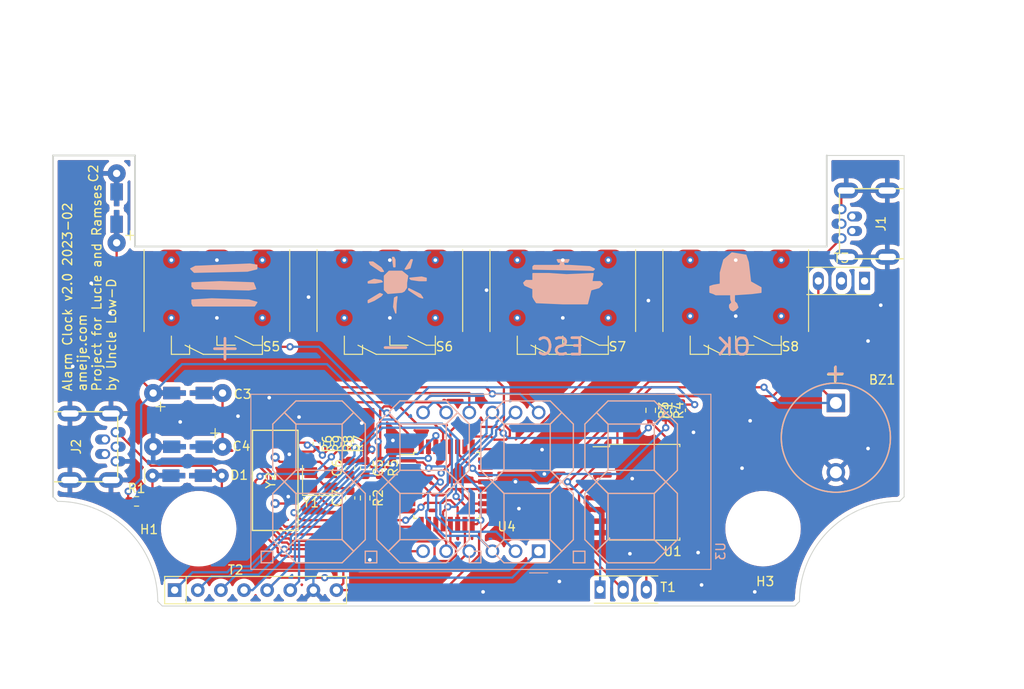
<source format=kicad_pcb>
(kicad_pcb (version 20211014) (generator pcbnew)
  (layers (0 "F.Cu" signal) (31 "B.Cu" signal) (34 "B.Paste" user) (35 "F.Paste" user) (36 "B.SilkS" user "B.Silkscreen") (37 "F.SilkS" user "F.Silkscreen") (38 "B.Mask" user) (39 "F.Mask" user) (44 "Edge.Cuts" user))
  (net 0 "")
  (net 1 "GND")
  (net 2 "/A0")
  (net 3 "VCC")
  (net 4 "Net-(C1-Pad2)")
  (net 5 "Net-(C3-Pad2)")
  (net 6 "Net-(C6-Pad1)")
  (net 7 "Net-(C7-Pad1)")
  (net 8 "/5(PWM)")
  (net 9 "/10(PWM-SS)")
  (net 10 "Net-(R5-Pad1)")
  (net 11 "/9(PWM)")
  (net 12 "Net-(R6-Pad1)")
  (net 13 "/6(PWM)")
  (net 14 "/A1")
  (net 15 "/A3")
  (net 16 "/2")
  (net 17 "/A2")
  (net 18 "Net-(D1-Pad1)")
  (net 21 "/0(Rx)")
  (net 22 "/1(Tx)")
  (net 24 "/A4(SDA)")
  (net 25 "/A5(SCL)")
  (net 26 "Net-(R7-Pad1)")
  (net 27 "Net-(T1-Pad1)")
  (net 28 "/3(PWM)")
  (net 29 "/4")
  (net 30 "/11(PWM-MOSI)")
  (net 31 "/7")
  (net 32 "/8")
  (net 33 "/13(SCK)")
  (net 34 "/12(MISO)")
  (net 35 "Net-(T1-Pad2)")
  (net 36 "Net-(T1-Pad3)")
  (net 39 "Net-(R8-Pad1)")
  (net 40 "Net-(R9-Pad1)")
  (net 41 "unconnected-(S5-Pad1)")
  (net 42 "unconnected-(S6-Pad1)")
  (net 43 "unconnected-(S7-Pad1)")
  (net 44 "unconnected-(S8-Pad1)")
  (footprint "Luciebox:usb_mini_Molex-0548190519" (layer "F.Cu") (at 93.4 19.5 180)
    (fp_text reference "J1")
    (fp_text value "USB_B_Mini")
  )
  (footprint "Resistor_SMD:R_0603_1608Metric" (layer "F.Cu") (at 67.31 40 -90)
    (fp_text reference "R4")
    (fp_text value "4.7k")
  )
  (footprint "Resistor_SMD:R_0402_1005Metric" (layer "F.Cu") (at 30.099 43.673 -90)
    (fp_text reference "R9")
    (fp_text value "100")
  )
  (footprint "Luciebox:buzzer" (layer "F.Cu") (at 86 43)
    (fp_text reference "BZ1")
    (fp_text value "Buzzer")
  )
  (footprint "Capacitor_SMD:C_0603_1608Metric" (layer "F.Cu") (at 32.639 49.629 90)
    (fp_text reference "C7")
    (fp_text value "0603,8.2pF,50V,C0G ")
  )
  (footprint "Luciebox:Terminal_8x1_100mil" (layer "F.Cu") (at 22.25 59.75)
    (fp_text reference "T2")
    (fp_text value "terminal_8x1")
  )
  (footprint "digital_clock:Button_LAZ16-11_sideways" (layer "F.Cu") (at 75 22.345)
    (fp_text reference "S8")
    (fp_text value "Button_Sideways")
  )
  (footprint "Package_SO:SOIC-16W_7.5x10.3mm_P1.27mm" (layer "F.Cu") (at 65 49)
    (fp_text reference "U1")
    (fp_text value "DS3231")
  )
  (footprint "Luciebox:usb_mini_Molex-0548190519" (layer "F.Cu") (at 0.1 44)
    (fp_text reference "J2")
    (fp_text value "USB_B_Mini")
  )
  (footprint "Resistor_SMD:R_0603_1608Metric" (layer "F.Cu") (at 35.941 46.327 -90)
    (fp_text reference "R5")
    (fp_text value "10k")
  )
  (footprint "Luciebox:Terminal_3x1_100mil" (layer "F.Cu") (at 86.614 25.781 180)
    (fp_text reference "T3")
    (fp_text value "terminal_3x1")
  )
  (footprint "Luciebox:MountingHole_4.3mm_M4" (layer "F.Cu") (at 16 53)
    (fp_text reference "H1")
    (fp_text value "MountingHole")
  )
  (footprint "Capacitor_SMD:C_0603_1608Metric" (layer "F.Cu") (at 32.639 46.327 90)
    (fp_text reference "C6")
    (fp_text value "0603,8.2pF,50V,C0G ")
  )
  (footprint "Resistor_SMD:R_0603_1608Metric" (layer "F.Cu") (at 9.175 50)
    (fp_text reference "R1")
    (fp_text value "high current")
  )
  (footprint "Luciebox:MountingHole_4.3mm_M4" (layer "F.Cu") (at 78 53)
    (fp_text reference "H3")
    (fp_text value "MountingHole")
  )
  (footprint "Resistor_SMD:R_0402_1005Metric" (layer "F.Cu") (at 31.242 43.673 -90)
    (fp_text reference "R8")
    (fp_text value "100")
  )
  (footprint "digital_clock:Button_LAZ16-11_sideways" (layer "F.Cu") (at 18 22.345)
    (fp_text reference "S5")
    (fp_text value "Button_Sideways")
  )
  (footprint "Resistor_SMD:R_0402_1005Metric" (layer "F.Cu") (at 32.385 43.673 -90)
    (fp_text reference "R7")
    (fp_text value "100")
  )
  (footprint "Resistor_SMD:R_0603_1608Metric" (layer "F.Cu") (at 34.29 49.629 -90)
    (fp_text reference "R2")
    (fp_text value "1M")
  )
  (footprint "digital_clock:polarized_capacitor" (layer "F.Cu") (at 14.81 38.1 180)
    (fp_text reference "C3")
    (fp_text value "C_Polarized")
  )
  (footprint "digital_clock:Button_LAZ16-11_sideways" (layer "F.Cu") (at 56 22.345)
    (fp_text reference "S7")
    (fp_text value "Button_Sideways")
  )
  (footprint "Capacitor_SMD:C_0603_1608Metric" (layer "F.Cu") (at 34.29 46.327 -90)
    (fp_text reference "C5")
    (fp_text value "0603,100nF,50V,X7R ")
  )
  (footprint "digital_clock:Crystal_SMD_3225-4Pin_3.2x2.5mm" (layer "F.Cu") (at 29.4072 47.696)
    (fp_text reference "Y1")
    (fp_text value "Crystal-Device_SMD_4pins_16MHz")
  )
  (footprint "digital_clock:polarized_capacitor" (layer "F.Cu") (at 14.81 44)
    (fp_text reference "C4")
    (fp_text value "C_Polarized")
  )
  (footprint "Luciebox:smd_throughhole_2_pins" (layer "F.Cu") (at 14.7324 47.175 180)
    (fp_text reference "D1")
    (fp_text value "D_Schottky")
  )
  (footprint "Resistor_SMD:R_0603_1608Metric" (layer "F.Cu") (at 65.659 40 -90)
    (fp_text reference "R3")
    (fp_text value "4.7k")
  )
  (footprint "digital_clock:Button_LAZ16-11_sideways" (layer "F.Cu") (at 37 22.345)
    (fp_text reference "S6")
    (fp_text value "Button_Sideways")
  )
  (footprint "Luciebox:CRYSTAL" (layer "F.Cu") (at 24.4072 47.696 -90)
    (fp_text reference "Y2")
    (fp_text value "16MHz")
  )
  (footprint "Package_QFP:TQFP-32_7x7mm_P0.8mm" (layer "F.Cu") (at 43.25 48.25)
    (fp_text reference "U4")
    (fp_text value "ATmega328P-A")
  )
  (footprint "Capacitor_SMD:C_0603_1608Metric" (layer "F.Cu") (at 68.961 40 90)
    (fp_text reference "C1")
    (fp_text value "0603,100nF,50V,X7R ")
  )
  (footprint "Resistor_SMD:R_0402_1005Metric" (layer "F.Cu") (at 28.956 43.673 -90)
    (fp_text reference "R6")
    (fp_text value "100")
  )
  (footprint "Luciebox:Terminal_3x1_100mil" (layer "F.Cu") (at 62.6375 59.69)
    (fp_text reference "T1")
    (fp_text value "terminal_3x1")
  )
  (footprint "digital_clock:polarized_capacitor" (layer "F.Cu") (at 6.985 17.78 -90)
    (fp_text reference "C2")
    (fp_text value "C_Polarized")
  )
  (footprint "Lucieboxv3:CA56-12SRWA" (layer "B.Cu") (at 53.35 55.4775 90)
    (fp_text reference "U3")
    (fp_text value "CA56-12SRWA")
  )
  (gr_poly (pts (xy 37.525119 27.651) (xy 37.425174 28.635436) (xy 37.652119 29.302) (xy 37.682 28.293471) (xy 37.779119 27.524)) (layer "B.SilkS") (width 0.15) (fill solid))
  (gr_poly (pts (xy 15.269 27.885915) (xy 15.269 28.266915) (xy 15.396 28.520915) (xy 19.714 28.520915) (xy 22.127 28.520915) (xy 22.381 28.139915) (xy 21.492 27.885915) (xy 17.428 27.758915)) (layer "B.SilkS") (width 0.15) (fill solid))
  (gr_poly (pts (xy 39.079 26.762) (xy 40.222 27.524) (xy 40.603 27.651) (xy 40.349 27.27) (xy 39.079 26.635)) (layer "B.SilkS") (width 0.15) (fill solid))
  (gr_poly (pts (xy 34.888 23.968) (xy 36.031 24.73) (xy 36.285 24.73) (xy 36.031 24.349) (xy 35.142 23.714) (xy 34.761 23.714)) (layer "B.SilkS") (width 0.15) (fill solid))
  (gr_poly (pts (xy 37.428 24.222) (xy 37.555 24.222) (xy 37.555 23.46) (xy 37.428 23.206) (xy 37.301 23.206)) (layer "B.SilkS") (width 0.15) (fill solid))
  (gr_poly (pts (xy 15.269 26) (xy 15.269 26.381) (xy 15.523 26.635) (xy 21.492 26.762) (xy 22.254 26.635) (xy 22 26) (xy 18.317 25.873)) (layer "B.SilkS") (width 0.15) (fill solid))
  (gr_poly (pts (xy 36.412 26.762) (xy 36.793 27.143) (xy 38.317 27.016) (xy 38.571 26.889) (xy 38.825 26.508) (xy 38.825 26) (xy 38.952 25.238) (xy 38.317 24.73) (xy 36.92 24.73) (xy 36.412 25.238)) (layer "B.SilkS") (width 0.15) (fill solid))
  (gr_poly (pts (xy 34.634 27.935655) (xy 34.634 28.159) (xy 35.269 27.905) (xy 36.031 27.427655) (xy 36.158 27.27) (xy 35.904 27.173655)) (layer "B.SilkS") (width 0.15) (fill solid))
  (gr_poly (pts (xy 15.644181 24.189237) (xy 15.136181 24.443237) (xy 15.517181 24.824237) (xy 21.359181 24.697237) (xy 22.375181 24.443237) (xy 22.375181 24.062237) (xy 21.613181 23.935237)) (layer "B.SilkS") (width 0.15) (fill solid))
  (gr_poly (pts (xy 55.523 23.714) (xy 55.777 23.714) (xy 55.777 23.841) (xy 55.65 24.095) (xy 52.856 24.095) (xy 52.729 24.222) (xy 52.729 24.476) (xy 59.333 24.603) (xy 59.46 24.476) (xy 58.952 24.222) (xy 56.793 24.095) (xy 56.539 24.095) (xy 56.158 24.095) (xy 56.031 23.714) (xy 56.539 23.714) (xy 56.666 23.46) (xy 55.396 23.46)) (layer "B.SilkS") (width 0.15) (fill solid))
  (gr_poly (pts (xy 73.698 23.476) (xy 73.317 24.873) (xy 73.317 26.143) (xy 72.555 26.27) (xy 72.174 26.397) (xy 72.174 27.032) (xy 72.555 27.159) (xy 72.809 27.286) (xy 73.444 27.286) (xy 74.46 27.286) (xy 74.46 27.794) (xy 74.587 28.175) (xy 74.333 28.429) (xy 74.333 28.683) (xy 74.46 28.937) (xy 74.714 29.064) (xy 74.968 28.937) (xy 75.222 28.683) (xy 75.095 28.302) (xy 74.841 28.048) (xy 74.841 27.286) (xy 76.746 27.159) (xy 77.762 27.032) (xy 77.762 26.524) (xy 76.619 25.889) (xy 76.365 23.73) (xy 76.111 22.968) (xy 74.587 22.714)) (layer "B.SilkS") (width 0.15) (fill solid))
  (gr_poly (pts (xy 52.729 25.746) (xy 51.967 25.746) (xy 51.713 26) (xy 51.84 26.254) (xy 52.729 26.635) (xy 52.729 27.524) (xy 52.856 27.778) (xy 53.11 28.159) (xy 56.031 28.286) (xy 58.698 28.286) (xy 59.079 26.762) (xy 59.968 26.508) (xy 60.349 26.127) (xy 60.095 25.873) (xy 59.206 25.873) (xy 59.206 25.746) (xy 59.333 24.984) (xy 56.412 25.111) (xy 54.507 24.984) (xy 52.729 24.984)) (layer "B.SilkS") (width 0.15) (fill solid))
  (gr_poly (pts (xy 39.206 25.492) (xy 39.333 25.619) (xy 40.222 25.746) (xy 40.984 25.746) (xy 40.984 25.492) (xy 40.476 25.365)) (layer "B.SilkS") (width 0.15) (fill solid))
  (gr_poly (pts (xy 38.698 24.476) (xy 38.825 24.476) (xy 39.206 24.349) (xy 39.46 23.46) (xy 39.333 23.46)) (layer "B.SilkS") (width 0.15) (fill solid))
  (gr_poly (pts (xy 34.634 25.873) (xy 34.634 26) (xy 35.396 26) (xy 36.158 25.873) (xy 36.031 25.746) (xy 35.269 25.619)) (layer "B.SilkS") (width 0.15) (fill solid))
  (gr_line (start 12 61.5) (end 81.5 61.5) (layer "Edge.Cuts") (width 0.1))
  (gr_line (start 93.5 49.5) (end 93 50) (layer "Edge.Cuts") (width 0.1))
  (gr_line (start 0 12) (end 9 12) (layer "Edge.Cuts") (width 0.2))
  (gr_line (start 93.5 12) (end 85 12) (layer "Edge.Cuts") (width 0.1))
  (gr_line (start 82 61) (end 81.5 61.5) (layer "Edge.Cuts") (width 0.1))
  (gr_arc (start 82 61) (mid 85.221825 53.221825) (end 93 50) (layer "Edge.Cuts") (width 0.1))
  (gr_line (start 93.5 49.5) (end 93.5 12) (layer "Edge.Cuts") (width 0.1))
  (gr_line (start 0 49.5) (end 0.5 50) (layer "Edge.Cuts") (width 0.1))
  (gr_arc (start 0.5 50) (mid 8.278175 53.221825) (end 11.5 61) (layer "Edge.Cuts") (width 0.1))
  (gr_line (start 9 12) (end 9 22) (layer "Edge.Cuts") (width 0.2))
  (gr_line (start 11.5 61) (end 12 61.5) (layer "Edge.Cuts") (width 0.1))
  (gr_line (start 85 22) (end 85 12) (layer "Edge.Cuts") (width 0.2))
  (gr_line (start 9 22) (end 85 22) (layer "Edge.Cuts") (width 0.2))
  (gr_line (start 0 49.5) (end 0 12) (layer "Edge.Cuts") (width 0.2))
  (gr_text "OK" (at 74.778 33.016) (layer "B.SilkS") (effects (font (size 1.8 1.8) (thickness 0.3)) (justify mirror)))
  (gr_text "+" (at 18.883181 33) (layer "B.SilkS") (effects (font (size 3 3) (thickness 0.3)) (justify mirror)))
  (gr_text "-" (at 37.619 32.873) (layer "B.SilkS") (effects (font (size 3 3) (thickness 0.3)) (justify mirror)))
  (gr_text "ESC" (at 55.714 33) (layer "B.SilkS") (effects (font (size 1.8 1.8) (thickness 0.3)) (justify mirror)))
  (gr_text "Alarm Clock v2.0 2023-02\nameije.com\nProject for Lucie and Ramses\nby Uncle Low-D     \n" (at 4 38 90) (layer "F.SilkS") (effects (font (size 1 1)) (justify left)))
  (segment (start 39 48.65) (end 38.075978 48.65) (width 0.25) (layer "F.Cu") (net 1))
  (segment (start 43.268719 48.171281) (end 43.268719 48.178541) (width 0.25) (layer "F.Cu") (net 1))
  (segment (start 58.42 51.645) (end 58.42 52.07) (width 0.25) (layer "F.Cu") (net 1))
  (segment (start 58.525 53.445) (end 58.42 53.34) (width 0.25) (layer "F.Cu") (net 1))
  (segment (start 41.819717 48.178541) (end 41.819717 48.169717) (width 0.25) (layer "F.Cu") (net 1))
  (segment (start 30.5072 48.546) (end 32.331 48.546) (width 0.25) (layer "F.Cu") (net 1))
  (segment (start 50.7915 47.85) (end 50.8 47.8415) (width 0.25) (layer "F.Cu") (net 1))
  (segment (start 69.65 48.365) (end 71.225 48.365) (width 0.25) (layer "F.Cu") (net 1))
  (segment (start 37.12652 46.22652) (end 37.12652 43.51848) (width 0.25) (layer "F.Cu") (net 1))
  (segment (start 59.16 50.905) (end 58.42 51.645) (width 0.25) (layer "F.Cu") (net 1))
  (segment (start 41.275 47.625) (end 40.64 47.625) (width 0.25) (layer "F.Cu") (net 1))
  (segment (start 59.16 50.905) (end 60.35 50.905) (width 0.25) (layer "F.Cu") (net 1))
  (segment (start 86.6 17.9) (end 86.6 16.38928) (width 0.25) (layer "F.Cu") (net 1))
  (segment (start 34.29 45.552) (end 32.639 45.552) (width 0.25) (layer "F.Cu") (net 1))
  (segment (start 71.65 52.175) (end 69.65 52.175) (width 0.25) (layer "F.Cu") (net 1))
  (segment (start 37.338 46.01504) (end 37.338 45.974) (width 0.25) (layer "F.Cu") (net 1))
  (segment (start 91.65 23.15) (end 91.65 41.16) (width 0.25) (layer "F.Cu") (net 1))
  (segment (start 87.13928 15.85) (end 91.65 15.85) (width 0.25) (layer "F.Cu") (net 1))
  (segment (start 42.844317 48.602943) (end 42.837057 48.602943) (width 0.25) (layer "F.Cu") (net 1))
  (segment (start 47.5 47.85) (end 43.59 47.85) (width 0.25) (layer "F.Cu") (net 1))
  (segment (start 69.65 50.905) (end 71.65 50.905) (width 0.25) (layer "F.Cu") (net 1))
  (segment (start 28.4072 46.846) (end 30.1072 48.546) (width 0.25) (layer "F.Cu") (net 1))
  (segment (start 43.59 47.85) (end 43.268719 48.171281) (width 0.25) (layer "F.Cu") (net 1))
  (segment (start 71.755 50.8) (end 71.755 52.07) (width 0.25) (layer "F.Cu") (net 1))
  (segment (start 34.29 45.552) (end 34.29 44.999439) (width 0.25) (layer "F.Cu") (net 1))
  (segment (start 34.29 44.999439) (end 35.014502 44.274937) (width 0.25) (layer "F.Cu") (net 1))
  (segment (start 43.268719 48.178541) (end 42.844317 48.602943) (width 0.25) (layer "F.Cu") (net 1))
  (segment (start 58.525 52.175) (end 60.35 52.175) (width 0.25) (layer "F.Cu") (net 1))
  (segment (start 71.755 53.34) (end 71.65 53.445) (width 0.25) (layer "F.Cu") (net 1))
  (segment (start 58.42 53.34) (end 58.42 52.28) (width 0.25) (layer "F.Cu") (net 1))
  (segment (start 71.225 48.365) (end 71.755 48.895) (width 0.25) (layer "F.Cu") (net 1))
  (segment (start 32.331 48.546) (end 32.639 48.854) (width 0.25) (layer "F.Cu") (net 1))
  (segment (start 38.94 46.99) (end 39 47.05) (width 0.25) (layer "F.Cu") (net 1))
  (segment (start 71.755 48.895) (end 71.015 49.635) (width 0.25) (layer "F.Cu") (net 1))
  (segment (start 42.837057 48.602943) (end 42.545 48.895) (width 0.25) (layer "F.Cu") (net 1))
  (segment (start 60.35 53.445) (end 58.525 53.445) (width 0.25) (layer "F.Cu") (net 1))
  (segment (start 86.6 16.38928) (end 87.13928 15.85) (width 0.25) (layer "F.Cu") (net 1))
  (segment (start 71.755 52.28) (end 71.755 53.34) (width 0.25) (layer "F.Cu") (net 1))
  (segment (start 58.42 52.28) (end 58.525 52.175) (width 0.25) (layer "F.Cu") (net 1))
  (segment (start 37.95 47.05) (end 37.12652 46.22652) (width 0.25) (layer "F.Cu") (net 1))
  (segment (start 68.961 41.021) (end 70.358 42.418) (width 0.25) (layer "F.Cu") (net 1))
  (segment (start 71.65 53.445) (end 69.65 53.445) (width 0.25) (layer "F.Cu") (net 1))
  (segment (start 71.755 50.8) (end 71.755 48.895) (width 0.25) (layer "F.Cu") (net 1))
  (segment (start 38.1 46.99) (end 38.94 46.99) (width 0.25) (layer "F.Cu") (net 1))
  (segment (start 47.5 47.85) (end 50.7915 47.85) (width 0.25) (layer "F.Cu") (net 1))
  (segment (start 34.96452 46.22652) (end 34.29 45.552) (width 0.25) (layer "F.Cu") (net 1))
  (segment (start 40.065 47.05) (end 39 47.05) (width 0.25) (layer "F.Cu") (net 1))
  (segment (start 71.65 50.905) (end 71.755 50.8) (width 0.25) (layer "F.Cu") (net 1))
  (segment (start 42.545 48.895) (end 42.252943 48.602943) (width 0.25) (layer "F.Cu") (net 1))
  (segment (start 71.015 49.635) (end 69.65 49.635) (width 0.25) (layer "F.Cu") (net 1))
  (segment (start 42.252943 48.602943) (end 42.244119 48.602943) (width 0.25) (layer "F.Cu") (net 1))
  (segment (start 91.65 41.16) (end 86 46.81) (width 0.25) (layer "F.Cu") (net 1))
  (segment (start 68.961 40.775) (end 68.961 41.021) (width 0.25) (layer "F.Cu") (net 1))
  (segment (start 58.42 52.07) (end 58.525 52.175) (width 0.25) (layer "F.Cu") (net 1))
  (segment (start 37.12652 43.51848) (end 37.338 43.307) (width 0.25) (layer "F.Cu") (net 1))
  (segment (start 42.244119 48.602943) (end 41.819717 48.178541) (width 0.25) (layer "F.Cu") (net 1))
  (segment (start 41.819717 48.169717) (end 41.275 47.625) (width 0.25) (layer "F.Cu") (net 1))
  (segment (start 71.65 52.175) (end 71.755 52.28) (width 0.25) (layer "F.Cu") (net 1))
  (segment (start 40.64 47.625) (end 40.065 47.05) (width 0.25) (layer "F.Cu") (net 1))
  (segment (start 33.909 41.402) (end 33.909 43.169435) (width 0.25) (layer "F.Cu") (net 1))
  (segment (start 37.12652 46.22652) (end 34.96452 46.22652) (width 0.25) (layer "F.Cu") (net 1))
  (segment (start 60.35 49.635) (end 58.525 49.635) (width 0.25) (layer "F.Cu") (net 1))
  (segment (start 33.909 43.169435) (end 35.014502 44.274937) (width 0.25) (layer "F.Cu") (net 1))
  (segment (start 37.465 48.039022) (end 37.465 47.625) (width 0.25) (layer "F.Cu") (net 1))
  (segment (start 38.075978 48.65) (end 37.465 48.039022) (width 0.25) (layer "F.Cu") (net 1))
  (segment (start 58.42 49.53) (end 58.42 50.165) (width 0.25) (layer "F.Cu") (net 1))
  (segment (start 28.3072 46.846) (end 28.4072 46.846) (width 0.25) (layer "F.Cu") (net 1))
  (segment (start 58.525 49.635) (end 58.42 49.53) (width 0.25) (layer "F.Cu") (net 1))
  (segment (start 37.465 47.625) (end 38.1 46.99) (width 0.25) (layer "F.Cu") (net 1))
  (segment (start 71.755 52.07) (end 71.65 52.175) (width 0.25) (layer "F.Cu") (net 1))
  (segment (start 37.12652 46.22652) (end 37.338 46.01504) (width 0.25) (layer "F.Cu") (net 1))
  (segment (start 30.1072 48.546) (end 30.5072 48.546) (width 0.25) (layer "F.Cu") (net 1))
  (segment (start 91.65 15.85) (end 91.65 23.15) (width 0.25) (layer "F.Cu") (net 1))
  (segment (start 58.42 50.165) (end 59.16 50.905) (width 0.25) (layer "F.Cu") (net 1))
  (segment (start 39 47.05) (end 37.95 47.05) (width 0.25) (layer "F.Cu") (net 1))
  (via (at 65.405 27.94) (size 0.8) (drill 0.4) (layers "F.Cu" "B.Cu") (net 1))
  (via (at 50.8 47.8415) (size 0.8) (drill 0.4) (layers "F.Cu" "B.Cu") (net 1))
  (via (at 6.2605 29.301885) (size 0.8) (drill 0.4) (layers "F.Cu" "B.Cu") (net 1))
  (via (at 25.956211 44.831) (size 0.8) (drill 0.4) (layers "F.Cu" "B.Cu") (net 1))
  (via (at 18 29.845) (size 0.8) (drill 0.4) (layers "F.Cu" "B.Cu") (net 1))
  (via (at 37.338 43.307) (size 0.8) (drill 0.4) (layers "F.Cu" "B.Cu") (net 1))
  (via (at 77.089 59.944) (size 0.8) (drill 0.4) (layers "F.Cu" "B.Cu") (net 1))
  (via (at 90.932 28.448) (size 0.8) (drill 0.4) (layers "F.Cu" "B.Cu") (net 1))
  (via (at 18 23.495) (size 0.8) (drill 0.4) (layers "F.Cu" "B.Cu") (net 1))
  (via (at 89.535 44.196) (size 0.8) (drill 0.4) (layers "F.Cu" "B.Cu") (net 1))
  (via (at 53.975 46.99) (size 0.8) (drill 0.4) (layers "F.Cu" "B.Cu") (net 1))
  (via (at 34.798 56.4255) (size 0.8) (drill 0.4) (layers "F.Cu" "B.Cu") (net 1))
  (via (at 63.627 47.498) (size 0.8) (drill 0.4) (layers "F.Cu" "B.Cu") (net 1))
  (via (at 53.721 44.323) (size 0.8) (drill 0.4) (layers "F.Cu" "B.Cu") (net 1))
  (via (at 70.358 42.418) (size 0.8) (drill 0.4) (layers "F.Cu" "B.Cu") (net 1))
  (via (at 28.067 27.559) (size 0.8) (drill 0.4) (layers "F.Cu" "B.Cu") (net 1))
  (via (at 47.244 59.944) (size 0.8) (drill 0.4) (layers "F.Cu" "B.Cu") (net 1))
  (via (at 47.625 26.797) (size 0.8) (drill 0.4) (layers "F.Cu" "B.Cu") (net 1))
  (via (at 89.535 32.385) (size 0.8) (drill 0.4) (layers "F.Cu" "B.Cu") (net 1))
  (via (at 37.338 45.974) (size 0.8) (drill 0.4) (layers "F.Cu" "B.Cu") (net 1))
  (via (at 56 29.845) (size 0.8) (drill 0.4) (layers "F.Cu" "B.Cu") (net 1))
  (via (at 23.749 38.608) (size 0.8) (drill 0.4) (layers "F.Cu" "B.Cu") (net 1))
  (via (at 63.373 55.753) (size 0.8) (drill 0.4) (layers "F.Cu" "B.Cu") (net 1))
  (via (at 56 23.495) (size 0.8) (drill 0.4) (layers "F.Cu" "B.Cu") (net 1))
  (via (at 37 23.495) (size 0.8) (drill 0.4) (layers "F.Cu" "B.Cu") (net 1))
  (via (at 75.692 46.355) (size 0.8) (drill 0.4) (layers "F.Cu" "B.Cu") (net 1))
  (via (at 35.014502 44.274937) (size 0.8) (drill 0.4) (layers "F.Cu" "B.Cu") (net 1))
  (via (at 37 29.845) (size 0.8) (drill 0.4) (layers "F.Cu" "B.Cu") (net 1))
  (via (at 25.840715 49.478883) (size 0.8) (drill 0.4) (layers "F.Cu" "B.Cu") (net 1))
  (via (at 71.247 59.182) (size 0.8) (drill 0.4) (layers "F.Cu" "B.Cu") (net 1))
  (via (at 33.909 41.402) (size 0.8) (drill 0.4) (layers "F.Cu" "B.Cu") (net 1))
  (via (at 75 23.495) (size 0.8) (drill 0.4) (layers "F.Cu" "B.Cu") (net 1))
  (via (at 75 29.6445) (size 0.8) (drill 0.4) (layers "F.Cu" "B.Cu") (net 1))
  (via (at 51.181 50.8) (size 0.8) (drill 0.4) (layers "F.Cu" "B.Cu") (net 1))
  (via (at 70.866 55.626) (size 0.8) (drill 0.4) (layers "F.Cu" "B.Cu") (net 1))
  (via (at 2.159 35.179) (size 0.8) (drill 0.4) (layers "F.Cu" "B.Cu") (net 1))
  (via (at 20.32 40.64) (size 0.8) (drill 0.4) (layers "F.Cu" "B.Cu") (net 1))
  (via (at 13.97 41.275) (size 0.8) (drill 0.4) (layers "F.Cu" "B.Cu") (net 1))
  (via (at 76.581 41.148) (size 0.8) (drill 0.4) (layers "F.Cu" "B.Cu") (net 1))
  (via (at 4.191 26.035) (size 0.8) (drill 0.4) (layers "F.Cu" "B.Cu") (net 1))
  (via (at 27.023069 40.739069) (size 0.8) (drill 0.4) (layers "F.Cu" "B.Cu") (net 1))
  (via (at 55.626 58.801) (size 0.8) (drill 0.4) (layers "F.Cu" "B.Cu") (net 1))
  (segment (start 28.6 59.75) (end 28.6 57.7465) (width 0.25) (layer "B.Cu") (net 1))
  (segment (start 37.338 47.752) (end 28.575 56.515) (width 0.25) (layer "B.Cu") (net 1))
  (segment (start 28.6 57.7465) (end 28.575 57.7215) (width 0.25) (layer "B.Cu") (net 1))
  (segment (start 28.575 56.515) (end 28.575 57.658) (width 0.25) (layer "B.Cu") (net 1))
  (segment (start 28.575 57.658) (end 33.5655 57.658) (width 0.25) (layer "B.Cu") (net 1))
  (segment (start 33.5655 57.658) (end 34.798 56.4255) (width 0.25) (layer "B.Cu") (net 1))
  (segment (start 37.338 45.974) (end 37.338 47.752) (width 0.25) (layer "B.Cu") (net 1))
  (segment (start 84.074 37.264) (end 86 39.19) (width 0.25) (layer "F.Cu") (net 2))
  (segment (start 65.743928 37.465) (end 78.105 37.465) (width 0.25) (layer "F.Cu") (net 2))
  (segment (start 84.074 25.781) (end 84.074 37.264) (width 0.25) (layer "F.Cu") (net 2))
  (segment (start 57.107928 46.101) (end 65.743928 37.465) (width 0.25) (layer "F.Cu") (net 2))
  (segment (start 47.5 46.25) (end 47.649 46.101) (width 0.25) (layer "F.Cu") (net 2))
  (segment (start 47.649 46.101) (end 57.107928 46.101) (width 0.25) (layer "F.Cu") (net 2))
  (via (at 78.105 37.465) (size 0.8) (drill 0.4) (layers "F.Cu" "B.Cu") (net 2))
  (segment (start 79.83 39.19) (end 78.105 37.465) (width 0.25) (layer "B.Cu") (net 2))
  (segment (start 86 39.19) (end 79.83 39.19) (width 0.25) (layer "B.Cu") (net 2))
  (segment (start 41.364501 48.985205) (end 41.364501 48.984501) (width 0.25) (layer "F.Cu") (net 3))
  (segment (start 18.5424 47.175) (end 18.5424 49.023104) (width 0.25) (layer "F.Cu") (net 3))
  (segment (start 31.89 56.655704) (end 31.89 59) (width 0.25) (layer "F.Cu") (net 3))
  (segment (start 31.89 59) (end 31.14 59.75) (width 0.25) (layer "F.Cu") (net 3))
  (segment (start 47.5 48.65) (end 43.54402 48.65) (width 0.25) (layer "F.Cu") (net 3))
  (segment (start 36.639 47.85) (end 35.941 47.152) (width 0.25) (layer "F.Cu") (net 3))
  (segment (start 25.585489 56.066193) (end 31.300489 56.066193) (width 0.25) (layer "F.Cu") (net 3))
  (segment (start 39 49.45) (end 40.72 49.45) (width 0.25) (layer "F.Cu") (net 3))
  (segment (start 40.229296 47.85) (end 39 47.85) (width 0.25) (layer "F.Cu") (net 3))
  (segment (start 41.723807 49.344511) (end 41.364501 48.985205) (width 0.25) (layer "F.Cu") (net 3))
  (segment (start 41.275 48.895) (end 41.364501 48.984501) (width 0.25) (layer "F.Cu") (net 3))
  (segment (start 60.776072 45.825) (end 62 44.601072) (width 0.25) (layer "F.Cu") (net 3))
  (segment (start 25.099901 55.969501) (end 25.488797 55.969501) (width 0.25) (layer "F.Cu") (net 3))
  (segment (start 35.941 47.152) (end 34.34 47.152) (width 0.25) (layer "F.Cu") (net 3))
  (segment (start 43.532719 48.661301) (end 43.48451 48.70951) (width 0.25) (layer "F.Cu") (net 3))
  (segment (start 6.9 42.4) (end 7.061758 42.4) (width 0.25) (layer "F.Cu") (net 3))
  (segment (start 60.35 45.825) (end 60.776072 45.825) (width 0.25) (layer "F.Cu") (net 3))
  (segment (start 44.504697 48.661301) (end 43.532719 48.661301) (width 0.25) (layer "F.Cu") (net 3))
  (segment (start 24.675499 55.156203) (end 24.675499 55.545099) (width 0.25) (layer "F.Cu") (net 3))
  (segment (start 47.5 50.25) (end 46.093396 50.25) (width 0.25) (layer "F.Cu") (net 3))
  (segment (start 15.69 47.175) (end 18.5424 47.175) (width 0.25) (layer "F.Cu") (net 3))
  (segment (start 42.84951 49.34451) (end 41.723807 49.344511) (width 0.25) (layer "F.Cu") (net 3))
  (segment (start 10.750247 46.088489) (end 17.455889 46.088489) (width 0.25) (layer "F.Cu") (net 3))
  (segment (start 41.363797 48.984501) (end 40.229296 47.85) (width 0.25) (layer "F.Cu") (net 3))
  (segment (start 57.098928 48.65) (end 59.923928 45.825) (width 0.25) (layer "F.Cu") (net 3))
  (segment (start 43.48451 48.70951) (end 42.84951 49.34451) (width 0.25) (layer "F.Cu") (net 3))
  (segment (start 43.54402 48.65) (end 43.48451 48.70951) (width 0.25) (layer "F.Cu") (net 3))
  (segment (start 62 44.601072) (end 62 42) (width 0.25) (layer "F.Cu") (net 3))
  (segment (start 31.14 59.75) (end 42.977089 59.75) (width 0.25) (layer "F.Cu") (net 3))
  (segment (start 68.03452 38.45048) (end 67.31 39.175) (width 0.25) (layer "F.Cu") (net 3))
  (segment (start 46.804511 55.922578) (end 46.804511 53.469511) (width 0.25) (layer "F.Cu") (net 3))
  (segment (start 25.488797 55.969501) (end 25.585489 56.066193) (width 0.25) (layer "F.Cu") (net 3))
  (segment (start 41.364501 48.984501) (end 41.363797 48.984501) (width 0.25) (layer "F.Cu") (net 3))
  (segment (start 59.923928 45.825) (end 60.35 45.825) (width 0.25) (layer "F.Cu") (net 3))
  (segment (start 64.825 39.175) (end 65.659 39.175) (width 0.25) (layer "F.Cu") (net 3))
  (segment (start 67.31 39.175) (end 65.659 39.175) (width 0.25) (layer "F.Cu") (net 3))
  (segment (start 48.624511 50.324511) (end 48.55 50.25) (width 0.25) (layer "F.Cu") (net 3))
  (segment (start 39 49.45) (end 38.239 49.45) (width 0.25) (layer "F.Cu") (net 3))
  (segment (start 31.300489 56.066193) (end 31.89 56.655704) (width 0.25) (layer "F.Cu") (net 3))
  (segment (start 38.239 49.45) (end 36.639 47.85) (width 0.25) (layer "F.Cu") (net 3))
  (segment (start 34.34 47.152) (end 34.29 47.102) (width 0.25) (layer "F.Cu") (net 3))
  (segment (start 46.804511 53.469511) (end 48.624511 51.649511) (width 0.25) (layer "F.Cu") (net 3))
  (segment (start 82.55 25.15) (end 82.55 34.9696) (width 0.25) (layer "F.Cu") (net 3))
  (segment (start 7.061758 42.4) (end 10.750247 46.088489) (width 0.25) (layer "F.Cu") (net 3))
  (segment (start 17.455889 46.088489) (end 18.5424 47.175) (width 0.25) (layer "F.Cu") (net 3))
  (segment (start 47.5 48.65) (end 57.098928 48.65) (width 0.25) (layer "F.Cu") (net 3))
  (segment (start 48.55 50.25) (end 47.5 50.25) (width 0.25) (layer "F.Cu") (net 3))
  (segment (start 79.06912 38.45048) (end 68.03452 38.45048) (width 0.25) (layer "F.Cu") (net 3))
  (segment (start 62 42) (end 64.825 39.175) (width 0.25) (layer "F.Cu") (net 3))
  (segment (start 40.72 49.45) (end 41.275 48.895) (width 0.25) (layer "F.Cu") (net 3))
  (segment (start 42.977089 59.75) (end 46.804511 55.922578) (width 0.25) (layer "F.Cu") (net 3))
  (segment (start 82.55 34.9696) (end 79.06912 38.45048) (width 0.25) (layer "F.Cu") (net 3))
  (segment (start 48.624511 51.649511) (end 48.624511 50.324511) (width 0.25) (layer "F.Cu") (net 3))
  (segment (start 86.6 21.1) (end 82.55 25.15) (width 0.25) (layer "F.Cu") (net 3))
  (segment (start 46.093396 50.25) (end 44.504697 48.661301) (width 0.25) (layer "F.Cu") (net 3))
  (segment (start 18.5424 49.023104) (end 24.675499 55.156203) (width 0.25) (layer "F.Cu") (net 3))
  (segment (start 24.675499 55.545099) (end 25.099901 55.969501) (width 0.25) (layer "F.Cu") (net 3))
  (segment (start 71.306194 47.43951) (end 69.99451 47.43951) (width 0.25) (layer "F.Cu") (net 4))
  (segment (start 68.961 39.225) (end 72.204511 42.468511) (width 0.25) (layer "F.Cu") (net 4))
  (segment (start 69.99451 47.43951) (end 69.65 47.095) (width 0.25) (layer "F.Cu") (net 4))
  (segment (start 11 38.1) (end 11 38) (width 0.25) (layer "F.Cu") (net 4))
  (segment (start 6.985 33.985) (end 6.985 21.59) (width 0.25) (layer "F.Cu") (net 4))
  (segment (start 8.255 48.895) (end 8.255 49.905) (width 0.25) (layer "F.Cu") (net 4))
  (segment (start 72.204511 42.468511) (end 72.20451 46.541194) (width 0.25) (layer "F.Cu") (net 4))
  (segment (start 11 38) (end 6.985 33.985) (width 0.25) (layer "F.Cu") (net 4))
  (segment (start 69.106 39.37) (end 68.961 39.225) (width 0.25) (layer "F.Cu") (net 4))
  (segment (start 8.255 49.905) (end 8.35 50) (width 0.25) (layer "F.Cu") (net 4))
  (segment (start 72.20451 46.541194) (end 71.306194 47.43951) (width 0.25) (layer "F.Cu") (net 4))
  (segment (start 70.485 39.37) (end 69.106 39.37) (width 0.25) (layer "F.Cu") (net 4))
  (via (at 70.485 39.37) (size 0.8) (drill 0.4) (layers "F.Cu" "B.Cu") (net 4))
  (via (at 8.255 48.895) (size 0.8) (drill 0.4) (layers "F.Cu" "B.Cu") (net 4))
  (segment (start 30.090398 34.925) (end 14.175 34.925) (width 0.25) (layer "B.Cu") (net 4))
  (segment (start 9.675489 47.474511) (end 8.255 48.895) (width 0.25) (layer "B.Cu") (net 4))
  (segment (start 14.175 34.925) (end 11 38.1) (width 0.25) (layer "B.Cu") (net 4))
  (segment (start 70.485 39.37) (end 68.58 37.465) (width 0.25) (layer "B.Cu") (net 4))
  (segment (start 11 38.1) (end 9.675489 39.424511) (width 0.25) (layer "B.Cu") (net 4))
  (segment (start 68.58 37.465) (end 41.273592 37.465) (width 0.25) (layer "B.Cu") (net 4))
  (segment (start 9.675489 39.424511) (end 9.675489 47.474511) (width 0.25) (layer "B.Cu") (net 4))
  (segment (start 41.273592 37.465) (end 37.727614 41.010978) (width 0.25) (layer "B.Cu") (net 4))
  (segment (start 37.727614 41.010978) (end 36.176377 41.010979) (width 0.25) (layer "B.Cu") (net 4))
  (segment (start 36.176377 41.010979) (end 30.090398 34.925) (width 0.25) (layer "B.Cu") (net 4))
  (segment (start 19.685 44.45) (end 19.07 44.45) (width 0.25) (layer "F.Cu") (net 5))
  (segment (start 18.62 43.385) (end 19.685 44.45) (width 0.25) (layer "F.Cu") (net 5))
  (segment (start 19.07 44.45) (end 18.62 44) (width 0.25) (layer "F.Cu") (net 5))
  (segment (start 18.62 38.1) (end 18.62 43.385) (width 0.25) (layer "F.Cu") (net 5))
  (segment (start 29.317199 45.655999) (end 30.5072 46.846) (width 0.25) (layer "F.Cu") (net 6))
  (segment (start 32.639 47.102) (end 32.639 47.153) (width 0.25) (layer "F.Cu") (net 6))
  (segment (start 30.5072 46.846) (end 32.383 46.846) (width 0.25) (layer "F.Cu") (net 6))
  (segment (start 32.383 46.846) (end 32.639 47.102) (width 0.25) (layer "F.Cu") (net 6))
  (segment (start 24.4072 45.156) (end 24.907199 45.655999) (width 0.25) (layer "F.Cu") (net 6))
  (segment (start 37.55 50.25) (end 39 50.25) (width 0.25) (layer "F.Cu") (net 6))
  (segment (start 34.29 48.804) (end 36.104 48.804) (width 0.25) (layer "F.Cu") (net 6))
  (segment (start 24.907199 45.655999) (end 29.317199 45.655999) (width 0.25) (layer "F.Cu") (net 6))
  (segment (start 36.104 48.804) (end 37.55 50.25) (width 0.25) (layer "F.Cu") (net 6))
  (segment (start 32.639 47.153) (end 34.29 48.804) (width 0.25) (layer "F.Cu") (net 6))
  (segment (start 34.29 50.454) (end 34.886 51.05) (width 0.25) (layer "F.Cu") (net 7))
  (segment (start 30.1652 50.404) (end 32.639 50.404) (width 0.25) (layer "F.Cu") (net 7))
  (segment (start 34.886 51.05) (end 39 51.05) (width 0.25) (layer "F.Cu") (net 7))
  (segment (start 28.3072 48.546) (end 30.1652 50.404) (width 0.25) (layer "F.Cu") (net 7))
  (segment (start 32.689 50.454) (end 32.639 50.404) (width 0.25) (layer "F.Cu") (net 7))
  (segment (start 32.639 50.404) (end 32.639 50.419) (width 0.25) (layer "F.Cu") (net 7))
  (segment (start 24.4072 50.236) (end 26.6172 50.236) (width 0.25) (layer "F.Cu") (net 7))
  (segment (start 34.29 50.454) (end 32.689 50.454) (width 0.25) (layer "F.Cu") (net 7))
  (segment (start 26.6172 50.236) (end 28.3072 48.546) (width 0.25) (layer "F.Cu") (net 7))
  (segment (start 28.599499 44.539501) (end 26.760205 44.539501) (width 0.25) (layer "F.Cu") (net 8))
  (segment (start 25.488797 52.794501) (end 40.155499 52.794501) (width 0.25) (layer "F.Cu") (net 8))
  (segment (start 23.951971 44.056977) (end 23.04549 44.963458) (width 0.25) (layer "F.Cu") (net 8))
  (segment (start 23.04549 45.906188) (end 23.715805 46.576503) (width 0.25) (layer "F.Cu") (net 8))
  (segment (start 26.760205 44.539501) (end 26.277681 44.056977) (width 0.25) (layer "F.Cu") (net 8))
  (segment (start 25.062328 52.519512) (end 25.213808 52.519512) (width 0.25) (layer "F.Cu") (net 8))
  (segment (start 23.715805 48.673491) (end 23.133179 49.256117) (width 0.25) (layer "F.Cu") (net 8))
  (segment (start 40.155499 52.794501) (end 40.45 52.5) (width 0.25) (layer "F.Cu") (net 8))
  (segment (start 23.906307 46.767011) (end 23.906306 47.739596) (width 0.25) (layer "F.Cu") (net 8))
  (segment (start 23.133179 50.590363) (end 25.062328 52.519512) (width 0.25) (layer "F.Cu") (net 8))
  (segment (start 23.715805 46.576509) (end 23.906307 46.767011) (width 0.25) (layer "F.Cu") (net 8))
  (segment (start 23.715805 46.576503) (end 23.715805 46.576509) (width 0.25) (layer "F.Cu") (net 8))
  (segment (start 23.133179 49.256117) (end 23.133179 50.590363) (width 0.25) (layer "F.Cu") (net 8))
  (segment (start 23.04549 44.963458) (end 23.04549 45.906188) (width 0.25) (layer "F.Cu") (net 8))
  (segment (start 23.906306 47.739596) (end 23.715805 47.930097) (width 0.25) (layer "F.Cu") (net 8))
  (segment (start 23.715805 47.930097) (end 23.715805 48.673491) (width 0.25) (layer "F.Cu") (net 8))
  (segment (start 28.956 44.183) (end 28.599499 44.539501) (width 0.25) (layer "F.Cu") (net 8))
  (segment (start 25.213808 52.519512) (end 25.488797 52.794501) (width 0.25) (layer "F.Cu") (net 8))
  (segment (start 26.277681 44.056977) (end 23.951971 44.056977) (width 0.25) (layer "F.Cu") (net 8))
  (segment (start 32.517499 44.050501) (end 33.11599 44.050501) (width 0.25) (layer "F.Cu") (net 9))
  (segment (start 43.674898 49.8807) (end 43.0747 49.8807) (width 0.25) (layer "F.Cu") (net 9))
  (segment (start 40.898659 50.165) (end 40.419645 50.644014) (width 0.25) (layer "F.Cu") (net 9))
  (segment (start 43.0747 49.8807) (end 42.7904 50.165) (width 0.25) (layer "F.Cu") (net 9))
  (segment (start 42.7904 50.165) (end 40.898659 50.165) (width 0.25) (layer "F.Cu") (net 9))
  (segment (start 44.45 52.5) (end 44.45 50.655802) (width 0.25) (layer "F.Cu") (net 9))
  (segment (start 44.45 50.655802) (end 43.674898 49.8807) (width 0.25) (layer "F.Cu") (net 9))
  (segment (start 38.735 52.07) (end 27.305 52.07) (width 0.25) (layer "F.Cu") (net 9))
  (segment (start 27.305 52.07) (end 26.473793 51.238793) (width 0.25) (layer "F.Cu") (net 9))
  (segment (start 32.385 44.183) (end 32.517499 44.050501) (width 0.25) (layer "F.Cu") (net 9))
  (via (at 38.735 52.07) (size 0.8) (drill 0.4) (layers "F.Cu" "B.Cu") (net 9))
  (via (at 40.419645 50.644014) (size 0.8) (drill 0.4) (layers "F.Cu" "B.Cu") (net 9))
  (via (at 26.473793 51.238793) (size 0.8) (drill 0.4) (layers "F.Cu" "B.Cu") (net 9))
  (via (at 33.11599 44.050501) (size 0.8) (drill 0.4) (layers "F.Cu" "B.Cu") (net 9))
  (segment (start 38.993659 52.07) (end 40.419645 50.644014) (width 0.25) (layer "B.Cu") (net 9))
  (segment (start 26.862687 51.238793) (end 26.473793 51.238793) (width 0.25) (layer "B.Cu") (net 9))
  (segment (start 33.11599 44.985491) (end 26.862687 51.238793) (width 0.25) (layer "B.Cu") (net 9))
  (segment (start 33.11599 44.050501) (end 33.11599 44.985491) (width 0.25) (layer "B.Cu") (net 9))
  (segment (start 38.735 52.07) (end 38.993659 52.07) (width 0.25) (layer "B.Cu") (net 9))
  (segment (start 42.85 42.4604) (end 42.85 44) (width 0.25) (layer "F.Cu") (net 10))
  (segment (start 35.941 43.6505) (end 35.710049 43.419549) (width 0.25) (layer "F.Cu") (net 10))
  (segment (start 35.94951 40.119548) (end 35.94951 39.98638) (width 0.25) (layer "F.Cu") (net 10))
  (segment (start 39.945089 41.460489) (end 41.850089 41.460489) (width 0.25) (layer "F.Cu") (net 10))
  (segment (start 41.850089 41.460489) (end 42.85 42.4604) (width 0.25) (layer "F.Cu") (net 10))
  (segment (start 35.941 45.502) (end 35.941 40.128058) (width 0.25) (layer "F.Cu") (net 10))
  (segment (start 35.941 45.502) (end 35.941 43.6505) (width 0.25) (layer "F.Cu") (net 10))
  (segment (start 36.373912 39.561978) (end 36.97411 39.561978) (width 0.25) (layer "F.Cu") (net 10))
  (segment (start 35.941 40.128058) (end 35.94951 40.119548) (width 0.25) (layer "F.Cu") (net 10))
  (segment (start 37.107278 39.695146) (end 38.179746 39.695146) (width 0.25) (layer "F.Cu") (net 10))
  (segment (start 38.179746 39.695146) (end 39.945089 41.460489) (width 0.25) (layer "F.Cu") (net 10))
  (segment (start 36.97411 39.561978) (end 37.107278 39.695146) (width 0.25) (layer "F.Cu") (net 10))
  (segment (start 35.94951 39.98638) (end 36.373912 39.561978) (width 0.25) (layer "F.Cu") (net 10))
  (via (at 35.710049 43.419549) (size 0.8) (drill 0.4) (layers "F.Cu" "B.Cu") (net 10))
  (segment (start 35.739001 43.448501) (end 35.710049 43.419549) (width 0.25) (layer "B.Cu") (net 10))
  (segment (start 35.739001 43.974836) (end 35.739001 43.448501) (width 0.25) (layer "B.Cu") (net 10))
  (segment (start 20.98 59.75) (end 21.9196 59.75) (width 0.25) (layer "B.Cu") (net 10))
  (segment (start 34.452126 46.277874) (end 35.739001 44.990999) (width 0.25) (layer "B.Cu") (net 10))
  (segment (start 35.739003 43.974838) (end 35.739001 43.974836) (width 0.25) (layer "B.Cu") (net 10))
  (segment (start 33.730718 46.277874) (end 34.452126 46.277874) (width 0.25) (layer "B.Cu") (net 10))
  (segment (start 26.124503 55.545097) (end 26.124503 53.884089) (width 0.25) (layer "B.Cu") (net 10))
  (segment (start 35.739003 44.575036) (end 35.739003 43.974838) (width 0.25) (layer "B.Cu") (net 10))
  (segment (start 35.739001 44.575038) (end 35.739003 44.575036) (width 0.25) (layer "B.Cu") (net 10))
  (segment (start 26.124503 53.884089) (end 33.730718 46.277874) (width 0.25) (layer "B.Cu") (net 10))
  (segment (start 35.739001 44.990999) (end 35.739001 44.575038) (width 0.25) (layer "B.Cu") (net 10))
  (segment (start 21.9196 59.75) (end 26.124503 55.545097) (width 0.25) (layer "B.Cu") (net 10))
  (segment (start 26.161283 54.345979) (end 25.886292 54.070988) (width 0.25) (layer "F.Cu") (net 11))
  (segment (start 44.264511 55.922578) (end 43.635078 56.552011) (width 0.25) (layer "F.Cu") (net 11))
  (segment (start 41.91 54.61) (end 41.702989 54.402989) (width 0.25) (layer "F.Cu") (net 11))
  (segment (start 41.91 56.515) (end 41.91 54.61) (width 0.25) (layer "F.Cu") (net 11))
  (segment (start 43.65 52.5) (end 43.65 54.417911) (width 0.25) (layer "F.Cu") (net 11))
  (segment (start 22.225 50.162888) (end 22.225 47.760598) (width 0.25) (layer "F.Cu") (net 11))
  (segment (start 43.635078 56.552011) (end 41.947011 56.552011) (width 0.25) (layer "F.Cu") (net 11))
  (segment (start 44.264511 55.032422) (end 44.264511 55.922578) (width 0.25) (layer "F.Cu") (net 11))
  (segment (start 41.947011 56.552011) (end 41.91 56.515) (width 0.25) (layer "F.Cu") (net 11))
  (segment (start 41.702989 54.402989) (end 32.179397 54.402989) (width 0.25) (layer "F.Cu") (net 11))
  (segment (start 22.225 47.760598) (end 22.732295 47.253303) (width 0.25) (layer "F.Cu") (net 11))
  (segment (start 30.575952 45.10745) (end 31.242 44.441402) (width 0.25) (layer "F.Cu") (net 11))
  (segment (start 25.886292 54.070988) (end 25.342396 54.070988) (width 0.25) (layer "F.Cu") (net 11))
  (segment (start 43.65 54.417911) (end 44.264511 55.032422) (width 0.25) (layer "F.Cu") (net 11))
  (segment (start 31.242 44.441402) (end 31.242 44.183) (width 0.25) (layer "F.Cu") (net 11))
  (segment (start 25.342396 54.070988) (end 22.146469 50.875061) (width 0.25) (layer "F.Cu") (net 11))
  (segment (start 32.122386 54.345978) (end 26.161283 54.345979) (width 0.25) (layer "F.Cu") (net 11))
  (segment (start 22.146469 50.241419) (end 22.225 50.162888) (width 0.25) (layer "F.Cu") (net 11))
  (segment (start 32.179397 54.402989) (end 32.122386 54.345978) (width 0.25) (layer "F.Cu") (net 11))
  (segment (start 22.146469 50.875061) (end 22.146469 50.241419) (width 0.25) (layer "F.Cu") (net 11))
  (via (at 22.732295 47.253303) (size 0.8) (drill 0.4) (layers "F.Cu" "B.Cu") (net 11))
  (via (at 30.575952 45.10745) (size 0.8) (drill 0.4) (layers "F.Cu" "B.Cu") (net 11))
  (segment (start 28.693402 46.99) (end 30.575952 45.10745) (width 0.25) (layer "B.Cu") (net 11))
  (segment (start 22.732295 47.253303) (end 22.995598 46.99) (width 0.25) (layer "B.Cu") (net 11))
  (segment (start 22.995598 46.99) (end 28.693402 46.99) (width 0.25) (layer "B.Cu") (net 11))
  (segment (start 25.156203 54.520499) (end 21.696958 51.061254) (width 0.25) (layer "F.Cu") (net 12))
  (segment (start 21.696958 43.707338) (end 22.313797 43.090499) (width 0.25) (layer "F.Cu") (net 12))
  (segment (start 21.696958 51.061254) (end 21.696958 43.707338) (width 0.25) (layer "F.Cu") (net 12))
  (segment (start 25.700099 54.520499) (end 25.156203 54.520499) (width 0.25) (layer "F.Cu") (net 12))
  (segment (start 27.755052 38.735) (end 23.399553 43.090499) (width 0.6) (layer "F.Cu") (net 12))
  (segment (start 32.618204 55.4775) (end 31.936193 54.795489) (width 0.25) (layer "F.Cu") (net 12))
  (segment (start 40.65 55.4775) (end 32.618204 55.4775) (width 0.25) (layer "F.Cu") (net 12))
  (segment (start 31.936193 54.795489) (end 25.975089 54.795489) (width 0.25) (layer "F.Cu") (net 12))
  (segment (start 25.975089 54.795489) (end 25.700099 54.520499) (width 0.25) (layer "F.Cu") (net 12))
  (segment (start 28.575 38.735) (end 27.755052 38.735) (width 0.6) (layer "F.Cu") (net 12))
  (segment (start 22.313797 43.090499) (end 23.399553 43.090499) (width 0.25) (layer "F.Cu") (net 12))
  (segment locked (start 28.575 42.782) (end 28.575 38.735) (width 0.6) (layer "F.Cu") (net 12))
  (segment (start 28.775957 42.982957) (end 28.956 43.163) (width 0.25) (layer "F.Cu") (net 12))
  (segment (start 28.956 43.163) (end 28.575 42.782) (width 0.25) (layer "F.Cu") (net 12))
  (segment (start 26.075519 53.624511) (end 26.072485 53.621477) (width 0.25) (layer "F.Cu") (net 13))
  (segment (start 23.456796 47.553402) (end 23.456796 46.953204) (width 0.25) (layer "F.Cu") (net 13))
  (segment (start 41.25 52.5) (end 41.25 53.55) (width 0.25) (layer "F.Cu") (net 13))
  (segment (start 30.099 44.183) (end 30.099 44.417403) (width 0.25) (layer "F.Cu") (net 13))
  (segment (start 23.940776 43.432468) (end 25.121112 43.432468) (width 0.25) (layer "F.Cu") (net 13))
  (segment (start 25.027614 52.969022) (end 24.876134 52.969022) (width 0.25) (layer "F.Cu") (net 13))
  (segment (start 23.230978 47.889726) (end 23.230978 47.77922) (width 0.25) (layer "F.Cu") (net 13))
  (segment (start 41.25 53.55) (end 41.175489 53.624511) (width 0.25) (layer "F.Cu") (net 13))
  (segment (start 22.595979 44.259901) (end 23.140871 43.715009) (width 0.25) (layer "F.Cu") (net 13))
  (segment (start 23.456796 46.953204) (end 22.595979 46.092387) (width 0.25) (layer "F.Cu") (net 13))
  (segment (start 26.072485 53.621477) (end 25.680069 53.621477) (width 0.25) (layer "F.Cu") (net 13))
  (segment (start 41.175489 53.624511) (end 26.075519 53.624511) (width 0.25) (layer "F.Cu") (net 13))
  (segment (start 30.099 44.417403) (end 29.593665 44.922738) (width 0.25) (layer "F.Cu") (net 13))
  (segment (start 24.876134 52.969022) (end 22.683667 50.776555) (width 0.25) (layer "F.Cu") (net 13))
  (segment (start 25.121112 43.432468) (end 25.239622 43.550978) (width 0.25) (layer "F.Cu") (net 13))
  (segment (start 22.683667 50.776555) (end 22.683668 48.437036) (width 0.25) (layer "F.Cu") (net 13))
  (segment (start 25.239622 43.550978) (end 27.675978 43.550978) (width 0.25) (layer "F.Cu") (net 13))
  (segment (start 25.680069 53.621477) (end 25.027614 52.969022) (width 0.25) (layer "F.Cu") (net 13))
  (segment (start 22.595979 46.092387) (end 22.595979 44.259901) (width 0.25) (layer "F.Cu") (net 13))
  (segment (start 23.658235 43.715009) (end 23.940776 43.432468) (width 0.25) (layer "F.Cu") (net 13))
  (segment (start 23.140871 43.715009) (end 23.658235 43.715009) (width 0.25) (layer "F.Cu") (net 13))
  (segment (start 23.230978 47.77922) (end 23.456796 47.553402) (width 0.25) (layer "F.Cu") (net 13))
  (segment (start 22.683668 48.437036) (end 23.230978 47.889726) (width 0.25) (layer "F.Cu") (net 13))
  (segment (start 27.675978 43.550978) (end 27.94 43.815) (width 0.25) (layer "F.Cu") (net 13))
  (via (at 27.94 43.815) (size 0.8) (drill 0.4) (layers "F.Cu" "B.Cu") (net 13))
  (via (at 29.593665 44.922738) (size 0.8) (drill 0.4) (layers "F.Cu" "B.Cu") (net 13))
  (segment (start 27.94 43.815) (end 28.485927 43.815) (width 0.25) (layer "B.Cu") (net 13))
  (segment (start 28.485927 43.815) (end 29.593665 44.922738) (width 0.25) (layer "B.Cu") (net 13))
  (segment (start 65.47 36.83) (end 75.6896 36.83) (width 0.25) (layer "F.Cu") (net 14))
  (segment (start 75.6896 36.83) (end 80 32.5196) (width 0.25) (layer "F.Cu") (net 14))
  (segment (start 56.85 45.45) (end 65.47 36.83) (width 0.25) (layer "F.Cu") (net 14))
  (segment (start 80 32.5196) (end 80 26.845) (width 0.25) (layer "F.Cu") (net 14))
  (segment (start 47.5 45.45) (end 56.85 45.45) (width 0.25) (layer "F.Cu") (net 14))
  (via (at 80 23.495) (size 0.8) (drill 0.4) (layers "F.Cu" "B.Cu") (net 14))
  (via (at 80 29.6445) (size 0.8) (drill 0.4) (layers "F.Cu" "B.Cu") (net 14))
  (segment (start 49.53 41.54749) (end 49.53 37.465) (width 0.25) (layer "F.Cu") (net 15))
  (segment (start 48.470776 43.224883) (end 49.758391 43.224883) (width 0.25) (layer "F.Cu") (net 15))
  (segment (start 49.758391 43.224883) (end 50.182793 42.800481) (width 0.25) (layer "F.Cu") (net 15))
  (segment (start 45.324511 42.875489) (end 48.121382 42.875489) (width 0.25) (layer "F.Cu") (net 15))
  (segment (start 49.53 37.465) (end 43.565 31.5) (width 0.25) (layer "F.Cu") (net 15))
  (segment (start 42.16 27.005) (end 42 26.845) (width 0.25) (layer "F.Cu") (net 15))
  (segment (start 50.182793 42.200283) (end 49.53 41.54749) (width 0.25) (layer "F.Cu") (net 15))
  (segment (start 45.25 44) (end 45.25 42.95) (width 0.25) (layer "F.Cu") (net 15))
  (segment (start 45.25 42.95) (end 45.324511 42.875489) (width 0.25) (layer "F.Cu") (net 15))
  (segment (start 43.565 31.5) (end 42.16 31.5) (width 0.25) (layer "F.Cu") (net 15))
  (segment (start 48.121382 42.875489) (end 48.470776 43.224883) (width 0.25) (layer "F.Cu") (net 15))
  (segment (start 42.16 31.5) (end 42.16 27.005) (width 0.25) (layer "F.Cu") (net 15))
  (segment (start 50.182793 42.800481) (end 50.182793 42.200283) (width 0.25) (layer "F.Cu") (net 15))
  (segment (start 42.16 31.5) (end 42 31.5) (width 0.25) (layer "F.Cu") (net 15))
  (via (at 42 23.495) (size 0.8) (drill 0.4) (layers "F.Cu" "B.Cu") (net 15))
  (via (at 42 29.845) (size 0.8) (drill 0.4) (layers "F.Cu" "B.Cu") (net 15))
  (segment (start 36.736479 40.286479) (end 36.674011 40.286479) (width 0.25) (layer "F.Cu") (net 16))
  (segment (start 40.45 44) (end 36.736479 40.286479) (width 0.25) (layer "F.Cu") (net 16))
  (segment (start 23 31.5) (end 24.52 33.02) (width 0.25) (layer "F.Cu") (net 16))
  (segment (start 24.52 33.02) (end 26.035 33.02) (width 0.25) (layer "F.Cu") (net 16))
  (segment (start 23 31.5) (end 23 26.845) (width 0.25) (layer "F.Cu") (net 16))
  (via (at 23 29.845) (size 0.8) (drill 0.4) (layers "F.Cu" "B.Cu") (net 16))
  (via (at 23 23.495) (size 0.8) (drill 0.4) (layers "F.Cu" "B.Cu") (net 16))
  (via (at 26.035 33.02) (size 0.8) (drill 0.4) (layers "F.Cu" "B.Cu") (net 16))
  (via (at 36.674011 40.286479) (size 0.8) (drill 0.4) (layers "F.Cu" "B.Cu") (net 16))
  (segment (start 29.21 33.02) (end 36.476479 40.286479) (width 0.25) (layer "B.Cu") (net 16))
  (segment (start 36.476479 40.286479) (end 36.674011 40.286479) (width 0.25) (layer "B.Cu") (net 16))
  (segment (start 26.035 33.02) (end 29.21 33.02) (width 0.25) (layer "B.Cu") (net 16))
  (segment (start 50.842579 44.26451) (end 60.906589 34.2005) (width 0.25) (layer "F.Cu") (net 17))
  (segment (start 60.906589 29.845) (end 61 29.845) (width 0.25) (layer "F.Cu") (net 17))
  (segment (start 46.31451 44.26451) (end 50.842579 44.26451) (width 0.25) (layer "F.Cu") (net 17))
  (segment (start 46.05 44) (end 46.31451 44.26451) (width 0.25) (layer "F.Cu") (net 17))
  (segment (start 61 34.2005) (end 61 26.845) (width 0.25) (layer "F.Cu") (net 17))
  (via (at 61 29.845) (size 0.8) (drill 0.4) (layers "F.Cu" "B.Cu") (net 17))
  (via (at 61 23.495) (size 0.8) (drill 0.4) (layers "F.Cu" "B.Cu") (net 17))
  (segment (start 10.9224 49.0776) (end 10 50) (width 0.25) (layer "F.Cu") (net 18))
  (segment (start 10.9224 47.175) (end 10.9224 49.0776) (width 0.25) (layer "F.Cu") (net 18))
  (segment (start 24.8875 58.3825) (end 29.845 58.3825) (width 0.25) (layer "F.Cu") (net 21))
  (segment (start 23.52 59.75) (end 24.8875 58.3825) (width 0.25) (layer "F.Cu") (net 21))
  (segment (start 42.05 42.794598) (end 42.060049 42.784549) (width 0.25) (layer "F.Cu") (net 21))
  (segment (start 42.05 44) (end 42.05 42.794598) (width 0.25) (layer "F.Cu") (net 21))
  (via (at 29.845 58.3825) (size 0.8) (drill 0.4) (layers "F.Cu" "B.Cu") (net 21))
  (via (at 42.060049 42.784549) (size 0.8) (drill 0.4) (layers "F.Cu" "B.Cu") (net 21))
  (segment (start 36.851708 44.799988) (end 40.04461 44.799988) (width 0.25) (layer "B.Cu") (net 21))
  (segment (start 33.91691 46.727386) (end 34.289297 46.727387) (width 0.25) (layer "B.Cu") (net 21))
  (segment (start 26.574013 56.695987) (end 26.574013 54.070283) (width 0.25) (layer "B.Cu") (net 21))
  (segment (start 34.55191 46.727386) (end 35.189021 46.727386) (width 0.25) (layer "B.Cu") (net 21))
  (segment (start 23.52 59.75) (end 26.574013 56.695987) (width 0.25) (layer "B.Cu") (net 21))
  (segment (start 35.189021 46.727386) (end 35.189022 46.462674) (width 0.25) (layer "B.Cu") (net 21))
  (segment (start 50.445 58.3825) (end 29.845 58.3825) (width 0.25) (layer "B.Cu") (net 21))
  (segment (start 34.289297 46.727387) (end 34.55191 46.727386) (width 0.25) (layer "B.Cu") (net 21))
  (segment (start 40.04461 44.799988) (end 42.060049 42.784549) (width 0.25) (layer "B.Cu") (net 21))
  (segment (start 35.189022 46.462674) (end 36.851708 44.799988) (width 0.25) (layer "B.Cu") (net 21))
  (segment (start 26.574013 54.070283) (end 33.91691 46.727386) (width 0.25) (layer "B.Cu") (net 21))
  (segment (start 53.35 55.4775) (end 50.445 58.3825) (width 0.25) (layer "B.Cu") (net 21))
  (segment (start 41.25 45.249192) (end 41.221895 45.277297) (width 0.25) (layer "F.Cu") (net 22))
  (segment (start 41.25 44) (end 41.25 45.249192) (width 0.25) (layer "F.Cu") (net 22))
  (via (at 41.221895 45.277297) (size 0.8) (drill 0.4) (layers "F.Cu" "B.Cu") (net 22))
  (segment (start 26.06 59.75) (end 27.023523 58.786477) (width 0.25) (layer "B.Cu") (net 22))
  (segment (start 35.638532 46.648868) (end 37.037901 45.249499) (width 0.25) (layer "B.Cu") (net 22))
  (segment (start 34.103103 47.176897) (end 35.375217 47.176897) (width 0.25) (layer "B.Cu") (net 22))
  (segment (start 27.023523 58.786477) (end 27.023523 54.256477) (width 0.25) (layer "B.Cu") (net 22))
  (segment (start 41.194097 45.249499) (end 41.221895 45.277297) (width 0.25) (layer "B.Cu") (net 22))
  (segment (start 35.375217 47.176897) (end 35.638533 46.913577) (width 0.25) (layer "B.Cu") (net 22))
  (segment (start 27.023523 54.256477) (end 34.103103 47.176897) (width 0.25) (layer "B.Cu") (net 22))
  (segment (start 35.638533 46.913577) (end 35.638532 46.648868) (width 0.25) (layer "B.Cu") (net 22))
  (segment (start 37.037901 45.249499) (end 41.194097 45.249499) (width 0.25) (layer "B.Cu") (net 22))
  (segment (start 69.65 45.825) (end 70.076072 45.825) (width 0.25) (layer "F.Cu") (net 24))
  (segment (start 71.305489 43.815) (end 70.3 43.815) (width 0.25) (layer "F.Cu") (net 24))
  (segment (start 71.305489 44.595583) (end 71.305489 43.815) (width 0.25) (layer "F.Cu") (net 24))
  (segment (start 70.3 43.815) (end 67.31 40.825) (width 0.25) (layer "F.Cu") (net 24))
  (segment (start 44.45 44) (end 44.45 44.735794) (width 0.25) (layer "F.Cu") (net 24))
  (segment (start 44.45 44.735794) (end 46.090106 46.3759) (width 0.25) (layer "F.Cu") (net 24))
  (segment (start 67.31 40.825) (end 67.31 41.91) (width 0.25) (layer "F.Cu") (net 24))
  (segment (start 70.076072 45.825) (end 71.305489 44.595583) (width 0.25) (layer "F.Cu") (net 24))
  (via (at 46.090106 46.3759) (size 0.8) (drill 0.4) (layers "F.Cu" "B.Cu") (net 24))
  (via (at 67.31 41.91) (size 0.8) (drill 0.4) (layers "F.Cu" "B.Cu") (net 24))
  (segment (start 53.34 48.006) (end 52.451 47.117) (width 0.25) (layer "B.Cu") (net 24))
  (segment (start 67.31 41.91) (end 62.23 46.99) (width 0.25) (layer "B.Cu") (net 24))
  (segment (start 46.831206 47.117) (end 46.090106 46.3759) (width 0.25) (layer "B.Cu") (net 24))
  (segment (start 54.356 48.006) (end 53.34 48.006) (width 0.25) (layer "B.Cu") (net 24))
  (segment (start 52.451 47.117) (end 46.831206 47.117) (width 0.25) (layer "B.Cu") (net 24))
  (segment (start 62.23 46.99) (end 55.372 46.99) (width 0.25) (layer "B.Cu") (net 24))
  (segment (start 55.372 46.99) (end 54.356 48.006) (width 0.25) (layer "B.Cu") (net 24))
  (segment (start 68.9304 44.555) (end 65.659 41.2836) (width 0.25) (layer "F.Cu") (net 25))
  (segment (start 43.65 42.3204) (end 44.149901 41.820499) (width 0.25) (layer "F.Cu") (net 25))
  (segment (start 48.778409 41.820499) (end 49.458292 42.500382) (width 0.25) (layer "F.Cu") (net 25))
  (segment (start 43.65 44) (end 43.65 45.874624) (width 0.25) (layer "F.Cu") (net 25))
  (segment (start 65.659 41.2836) (end 65.659 40.825) (width 0.25) (layer "F.Cu") (net 25))
  (segment (start 43.65 45.874624) (end 42.640989 46.883635) (width 0.25) (layer "F.Cu") (net 25))
  (segment (start 43.65 44) (end 43.65 42.3204) (width 0.25) (layer "F.Cu") (net 25))
  (segment (start 65.405 41.079) (end 65.659 40.825) (width 0.25) (layer "F.Cu") (net 25))
  (segment (start 65.405 41.91) (end 65.405 41.079) (width 0.25) (layer "F.Cu") (net 25))
  (segment (start 44.149901 41.820499) (end 48.778409 41.820499) (width 0.25) (layer "F.Cu") (net 25))
  (segment (start 69.65 44.555) (end 68.9304 44.555) (width 0.25) (layer "F.Cu") (net 25))
  (via (at 65.405 41.91) (size 0.8) (drill 0.4) (layers "F.Cu" "B.Cu") (net 25))
  (via (at 49.458292 42.500382) (size 0.8) (drill 0.4) (layers "F.Cu" "B.Cu") (net 25))
  (via (at 42.640989 46.883635) (size 0.8) (drill 0.4) (layers "F.Cu" "B.Cu") (net 25))
  (segment (start 64.273135 43.041865) (end 49.999775 43.041865) (width 0.25) (layer "B.Cu") (net 25))
  (segment (start 49.999775 43.041865) (end 49.458292 42.500382) (width 0.25) (layer "B.Cu") (net 25))
  (segment (start 65.405 41.91) (end 64.273135 43.041865) (width 0.25) (layer "B.Cu") (net 25))
  (segment (start 43.19 40.2375) (end 42.064968 39.112468) (width 0.25) (layer "F.Cu") (net 26))
  (segment (start 33.277532 39.112468) (end 32.385 40.005) (width 0.25) (layer "F.Cu") (net 26))
  (segment (start 42.064968 39.112468) (end 33.277532 39.112468) (width 0.25) (layer "F.Cu") (net 26))
  (segment locked (start 32.385 40.005) (end 32.385 43.163) (width 0.6) (layer "F.Cu") (net 26))
  (segment (start 60.35 44.555) (end 59.923928 44.555) (width 0.25) (layer "F.Cu") (net 27))
  (segment (start 59.923928 44.555) (end 56.637428 47.8415) (width 0.25) (layer "F.Cu") (net 27))
  (segment (start 56.637428 47.8415) (end 56.515 47.8415) (width 0.25) (layer "F.Cu") (net 27))
  (via (at 56.515 47.8415) (size 0.8) (drill 0.4) (layers "F.Cu" "B.Cu") (net 27))
  (segment (start 60.0975 51.424) (end 56.515 47.8415) (width 0.25) (layer "B.Cu") (net 27))
  (segment (start 60.0975 59.69) (end 60.0975 51.424) (width 0.25) (layer "B.Cu") (net 27))
  (segment (start 39 45.45) (end 39.735 45.45) (width 0.25) (layer "F.Cu") (net 28))
  (segment (start 39.735 45.45) (end 40.005 45.72) (width 0.25) (layer "F.Cu") (net 28))
  (segment (start 41.275 46.355) (end 40.64 45.72) (width 0.25) (layer "F.Cu") (net 28))
  (segment (start 40.64 45.72) (end 40.005 45.72) (width 0.25) (layer "F.Cu") (net 28))
  (via (at 41.275 46.355) (size 0.8) (drill 0.4) (layers "F.Cu" "B.Cu") (net 28))
  (segment (start 42.095489 51.621193) (end 42.095489 49.452879) (width 0.25) (layer "B.Cu") (net 28))
  (segment (start 43.365489 46.541193) (end 42.98343 46.159134) (width 0.25) (layer "B.Cu") (net 28))
  (segment (start 48.6725 53.34) (end 43.814296 53.34) (width 0.25) (layer "B.Cu") (net 28))
  (segment (start 43.365489 48.182879) (end 43.365489 46.541193) (width 0.25) (layer "B.Cu") (net 28))
  (segment (start 50.81 55.4775) (end 48.6725 53.34) (width 0.25) (layer "B.Cu") (net 28))
  (segment (start 42.98343 46.159134) (end 41.470866 46.159134) (width 0.25) (layer "B.Cu") (net 28))
  (segment (start 42.095489 49.452879) (end 43.365489 48.182879) (width 0.25) (layer "B.Cu") (net 28))
  (segment (start 43.814296 53.34) (end 42.095489 51.621193) (width 0.25) (layer "B.Cu") (net 28))
  (segment (start 41.470866 46.159134) (end 41.275 46.355) (width 0.25) (layer "B.Cu") (net 28))
  (segment (start 40.975489 47.175489) (end 41.841265 47.175489) (width 0.25) (layer "F.Cu") (net 29))
  (segment (start 39 46.25) (end 40.05 46.25) (width 0.25) (layer "F.Cu") (net 29))
  (segment (start 41.841265 47.175489) (end 42.544218 47.878442) (width 0.25) (layer "F.Cu") (net 29))
  (segment (start 40.05 46.25) (end 40.975489 47.175489) (width 0.25) (layer "F.Cu") (net 29))
  (via (at 42.544218 47.878442) (size 0.8) (drill 0.4) (layers "F.Cu" "B.Cu") (net 29))
  (segment (start 46.582011 53.789511) (end 42.993103 53.789511) (width 0.25) (layer "B.Cu") (net 29))
  (segment (start 42.993103 53.789511) (end 41.010979 51.807387) (width 0.25) (layer "B.Cu") (net 29))
  (segment (start 41.010979 51.807387) (end 41.01098 51.062612) (width 0.25) (layer "B.Cu") (net 29))
  (segment (start 41.19647 50.877122) (end 41.19647 48.971418) (width 0.25) (layer "B.Cu") (net 29))
  (segment (start 41.19647 48.971418) (end 42.289446 47.878442) (width 0.25) (layer "B.Cu") (net 29))
  (segment (start 48.27 55.4775) (end 46.582011 53.789511) (width 0.25) (layer "B.Cu") (net 29))
  (segment (start 41.01098 51.062612) (end 41.19647 50.877122) (width 0.25) (layer "B.Cu") (net 29))
  (segment (start 42.289446 47.878442) (end 42.544218 47.878442) (width 0.25) (layer "B.Cu") (net 29))
  (segment (start 44.0575 57.15) (end 43.18 57.15) (width 0.25) (layer "F.Cu") (net 30))
  (segment (start 26.035 55.245) (end 25.4 55.245) (width 0.25) (layer "F.Cu") (net 30))
  (segment (start 31.75 55.245) (end 26.035 55.245) (width 0.25) (layer "F.Cu") (net 30))
  (segment (start 33.655 57.15) (end 32.385 55.88) (width 0.25) (layer "F.Cu") (net 30))
  (segment (start 45.73 55.4775) (end 44.0575 57.15) (width 0.25) (layer "F.Cu") (net 30))
  (segment (start 43.18 57.15) (end 33.655 57.15) (width 0.25) (layer "F.Cu") (net 30))
  (segment (start 45.25 52.5) (end 45.25 54.9975) (width 0.25) (layer "F.Cu") (net 30))
  (segment (start 45.25 54.9975) (end 45.73 55.4775) (width 0.25) (layer "F.Cu") (net 30))
  (segment (start 32.385 55.88) (end 31.75 55.245) (width 0.25) (layer "F.Cu") (net 30))
  (via (at 25.4 55.245) (size 0.8) (drill 0.4) (layers "F.Cu" "B.Cu") (net 30))
  (segment (start 20.140978 58.049022) (end 18.44 59.75) (width 0.25) (layer "B.Cu") (net 30))
  (segment (start 22.595978 58.049022) (end 20.140978 58.049022) (width 0.25) (layer "B.Cu") (net 30))
  (segment (start 25.4 55.245) (end 22.595978 58.049022) (width 0.25) (layer "B.Cu") (net 30))
  (segment (start 42.05 53.27684) (end 42.05 52.5) (width 0.25) (layer "F.Cu") (net 31))
  (segment (start 43.19 54.41684) (end 42.05 53.27684) (width 0.25) (layer "F.Cu") (net 31))
  (segment (start 43.19 55.4775) (end 43.19 54.41684) (width 0.25) (layer "F.Cu") (net 31))
  (segment (start 42.85 52.5) (end 42.85 51.13) (width 0.25) (layer "F.Cu") (net 32))
  (segment (start 42.85 51.13) (end 43.3748 50.6052) (width 0.25) (layer "F.Cu") (net 32))
  (via (at 43.3748 50.6052) (size 0.8) (drill 0.4) (layers "F.Cu" "B.Cu") (net 32))
  (segment (start 40.65 40.2375) (end 41.724511 39.162989) (width 0.25) (layer "B.Cu") (net 32))
  (segment (start 41.724511 39.162989) (end 49.322989 39.162989) (width 0.25) (layer "B.Cu") (net 32))
  (segment (start 49.322989 39.162989) (end 49.53 39.37) (width 0.25) (layer "B.Cu") (net 32))
  (segment (start 45.001198 47.541902) (end 45.001198 49.758) (width 0.25) (layer "B.Cu") (net 32))
  (segment (start 49.53 39.37) (end 49.53 40.497089) (width 0.25) (layer "B.Cu") (net 32))
  (segment (start 49.53 40.497089) (end 48.719511 41.307578) (width 0.25) (layer "B.Cu") (net 32))
  (segment (start 48.719511 41.307578) (end 48.71951 41.511819) (width 0.25) (layer "B.Cu") (net 32))
  (segment (start 44.714022 47.254726) (end 45.001198 47.541902) (width 0.25) (layer "B.Cu") (net 32))
  (segment (start 45.001198 49.758) (end 44.153998 50.6052) (width 0.25) (layer "B.Cu") (net 32))
  (segment (start 44.153998 50.6052) (end 43.3748 50.6052) (width 0.25) (layer "B.Cu") (net 32))
  (segment (start 48.219713 42.011616) (end 48.219713 42.585287) (width 0.25) (layer "B.Cu") (net 32))
  (segment (start 48.07451 42.731194) (end 44.714022 46.091682) (width 0.25) (layer "B.Cu") (net 32))
  (segment (start 44.714022 46.091682) (end 44.714022 47.254726) (width 0.25) (layer "B.Cu") (net 32))
  (segment (start 48.71951 41.511819) (end 48.219713 42.011616) (width 0.25) (layer "B.Cu") (net 32))
  (segment (start 48.219713 42.585287) (end 48.074511 42.730489) (width 0.25) (layer "B.Cu") (net 32))
  (segment (start 48.074511 42.730489) (end 48.07451 42.731194) (width 0.25) (layer "B.Cu") (net 32))
  (segment (start 47.5 51.05) (end 45.868796 51.05) (width 0.25) (layer "F.Cu") (net 33))
  (segment (start 45.868796 51.05) (end 44.276697 49.457901) (width 0.25) (layer "F.Cu") (net 33))
  (via (at 44.276697 49.457901) (size 0.8) (drill 0.4) (layers "F.Cu" "B.Cu") (net 33))
  (segment (start 47.625 40.8825) (end 47.625 42.545) (width 0.25) (layer "B.Cu") (net 33))
  (segment (start 42.731195 41.460491) (end 44.45 43.179296) (width 0.25) (layer "B.Cu") (net 33))
  (segment (start 13.36 59.75) (end 15.325 57.785) (width 0.25) (layer "B.Cu") (net 33))
  (segment (start 44.264511 45.905489) (end 44.264511 49.445715) (width 0.25) (layer "B.Cu") (net 33))
  (segment (start 21.587185 57.15) (end 33.840489 44.896696) (width 0.25) (layer "B.Cu") (net 33))
  (segment (start 44.264511 49.445715) (end 44.276697 49.457901) (width 0.25) (layer "B.Cu") (net 33))
  (segment (start 19.768592 57.15) (end 21.587185 57.15) (width 0.25) (layer "B.Cu") (net 33))
  (segment (start 15.325 57.785) (end 19.133592 57.785) (width 0.25) (layer "B.Cu") (net 33))
  (segment (start 33.840489 44.896696) (end 33.840491 43.628805) (width 0.25) (layer "B.Cu") (net 33))
  (segment (start 36.008807 41.460489) (end 42.731195 41.460491) (width 0.25) (layer "B.Cu") (net 33))
  (segment (start 45.085 45.085) (end 44.264511 45.905489) (width 0.25) (layer "B.Cu") (net 33))
  (segment (start 44.45 45.72) (end 45.085 45.085) (width 0.25) (layer "B.Cu") (net 33))
  (segment (start 19.133592 57.785) (end 19.768592 57.15) (width 0.25) (layer "B.Cu") (net 33))
  (segment (start 48.27 40.2375) (end 47.625 40.8825) (width 0.25) (layer "B.Cu") (net 33))
  (segment (start 33.840491 43.628805) (end 36.008807 41.460489) (width 0.25) (layer "B.Cu") (net 33))
  (segment (start 44.45 43.179296) (end 44.45 45.72) (width 0.25) (layer "B.Cu") (net 33))
  (segment (start 47.625 42.545) (end 45.085 45.085) (width 0.25) (layer "B.Cu") (net 33))
  (segment (start 46.05 52.5) (end 46.56 52.5) (width 0.25) (layer "F.Cu") (net 34))
  (segment (start 46.56 52.5) (end 46.99 52.07) (width 0.25) (layer "F.Cu") (net 34))
  (via (at 46.99 52.07) (size 0.8) (drill 0.4) (layers "F.Cu" "B.Cu") (net 34))
  (segment (start 43.815 48.895) (end 43.815 43.18) (width 0.25) (layer "B.Cu") (net 34))
  (segment (start 22.6724 56.700489) (end 21.773378 57.599511) (width 0.25) (layer "B.Cu") (net 34))
  (segment (start 42.545002 41.910002) (end 36.195 41.91) (width 0.25) (layer "B.Cu") (net 34))
  (segment (start 48.52402 42.917388) (end 48.52402 42.916684) (width 0.25) (layer "B.Cu") (net 34))
  (segment (start 50.629533 40.2375) (end 50.81 40.2375) (width 0.25) (layer "B.Cu") (net 34))
  (segment (start 19.319785 58.234511) (end 17.415489 58.234511) (width 0.25) (layer "B.Cu") (net 34))
  (segment (start 48.523757 42.918025) (end 48.523758 42.91765) (width 0.25) (layer "B.Cu") (net 34))
  (segment (start 48.669224 42.197809) (end 50.629533 40.2375) (width 0.25) (layer "B.Cu") (net 34))
  (segment (start 24.765 54.61) (end 22.674511 56.700489) (width 0.25) (layer "B.Cu") (net 34))
  (segment (start 46.99 52.07) (end 46.99 48.816468) (width 0.25) (layer "B.Cu") (net 34))
  (segment (start 48.523758 42.91765) (end 48.52402 42.917388) (width 0.25) (layer "B.Cu") (net 34))
  (segment (start 48.391911 43.049497) (end 48.523757 42.918025) (width 0.25) (layer "B.Cu") (net 34))
  (segment (start 34.29 45.72) (end 34.181635 45.828365) (width 0.25) (layer "B.Cu") (net 34))
  (segment (start 46.99 48.816468) (end 45.163532 46.99) (width 0.25) (layer "B.Cu") (net 34))
  (segment (start 24.765 54.607889) (end 24.765 54.61) (width 0.25) (layer "B.Cu") (net 34))
  (segment (start 21.773378 57.599511) (end 19.954785 57.599511) (width 0.25) (layer "B.Cu") (net 34))
  (segment (start 45.163532 46.99) (end 45.163532 46.277876) (width 0.25) (layer "B.Cu") (net 34))
  (segment (start 48.52402 42.916684) (end 48.669224 42.77148) (width 0.25) (layer "B.Cu") (net 34))
  (segment (start 43.815 43.18) (end 42.545002 41.910002) (width 0.25) (layer "B.Cu") (net 34))
  (segment (start 34.181635 45.828365) (end 33.544524 45.828365) (width 0.25) (layer "B.Cu") (net 34))
  (segment (start 46.99 52.07) (end 43.18 52.07) (width 0.25) (layer "B.Cu") (net 34))
  (segment (start 45.163532 46.277876) (end 48.391911 43.049497) (width 0.25) (layer "B.Cu") (net 34))
  (segment (start 22.674511 56.700489) (end 22.6724 56.700489) (width 0.25) (layer "B.Cu") (net 34))
  (segment (start 33.544524 45.828365) (end 24.765 54.607889) (width 0.25) (layer "B.Cu") (net 34))
  (segment (start 48.669224 42.77148) (end 48.669224 42.197809) (width 0.25) (layer "B.Cu") (net 34))
  (segment (start 42.545 51.435) (end 42.545 50.165) (width 0.25) (layer "B.Cu") (net 34))
  (segment (start 19.954785 57.599511) (end 19.319785 58.234511) (width 0.25) (layer "B.Cu") (net 34))
  (segment (start 34.290002 43.814998) (end 34.29 45.72) (width 0.25) (layer "B.Cu") (net 34))
  (segment (start 42.545 50.165) (end 43.815 48.895) (width 0.25) (layer "B.Cu") (net 34))
  (segment (start 17.415489 58.234511) (end 15.9 59.75) (width 0.25) (layer "B.Cu") (net 34))
  (segment (start 43.18 52.07) (end 42.545 51.435) (width 0.25) (layer "B.Cu") (net 34))
  (segment (start 36.195 41.91) (end 34.290002 43.814998) (width 0.25) (layer "B.Cu") (net 34))
  (segment (start 59.923928 47.095) (end 60.35 47.095) (width 0.25) (layer "F.Cu") (net 35))
  (segment (start 57.785 49.233928) (end 59.923928 47.095) (width 0.25) (layer "F.Cu") (net 35))
  (segment (start 62.6375 59.69) (end 57.785 54.8375) (width 0.25) (layer "F.Cu") (net 35))
  (segment (start 57.785 54.8375) (end 57.785 49.233928) (width 0.25) (layer "F.Cu") (net 35))
  (segment (start 60.776072 48.365) (end 60.35 48.365) (width 0.25) (layer "F.Cu") (net 36))
  (segment (start 65.1775 52.766428) (end 60.776072 48.365) (width 0.25) (layer "F.Cu") (net 36))
  (segment (start 65.1775 59.69) (end 65.1775 52.766428) (width 0.25) (layer "F.Cu") (net 36))
  (segment (start 45.73 38.11) (end 45.73 40.2375) (width 0.25) (layer "F.Cu") (net 39))
  (segment (start 31.242 43.163) (end 31.115 43.036) (width 0.25) (layer "F.Cu") (net 39))
  (segment (start 45.72 38.1) (end 45.73 38.11) (width 0.25) (layer "F.Cu") (net 39))
  (segment (start 32.385 38.1) (end 45.72 38.1) (width 0.25) (layer "F.Cu") (net 39))
  (segment locked (start 31.115 43.036) (end 31.115 39.37) (width 0.6) (layer "F.Cu") (net 39))
  (segment (start 31.115 39.37) (end 32.385 38.1) (width 0.25) (layer "F.Cu") (net 39))
  (segment (start 47.5355 37.465) (end 48.26 38.1895) (width 0.25) (layer "F.Cu") (net 40))
  (segment (start 30.48 37.465) (end 47.5355 37.465) (width 0.25) (layer "F.Cu") (net 40))
  (segment locked (start 30.099 43.163) (end 30.099 37.846) (width 0.6) (layer "F.Cu") (net 40))
  (segment (start 30.099 37.846) (end 30.48 37.465) (width 0.25) (layer "F.Cu") (net 40))
  (via (at 48.26 38.1895) (size 0.8) (drill 0.4) (layers "F.Cu" "B.Cu") (net 40))
  (segment (start 53.35 40.2375) (end 51.302 38.1895) (width 0.25) (layer "B.Cu") (net 40))
  (segment (start 51.302 38.1895) (end 48.26 38.1895) (width 0.25) (layer "B.Cu") (net 40))
  (via (at 13 23.495) (size 0.8) (drill 0.4) (layers "F.Cu" "B.Cu") (net 41))
  (via (at 13.000049 29.844951) (size 0.8) (drill 0.4) (layers "F.Cu" "B.Cu") (net 41))
  (via (at 32 23.495) (size 0.8) (drill 0.4) (layers "F.Cu" "B.Cu") (net 42))
  (via (at 32 29.845) (size 0.8) (drill 0.4) (layers "F.Cu" "B.Cu") (net 42))
  (via (at 51 29.845) (size 0.8) (drill 0.4) (layers "F.Cu" "B.Cu") (net 43))
  (via (at 51 23.495) (size 0.8) (drill 0.4) (layers "F.Cu" "B.Cu") (net 43))
  (via (at 70 23.495) (size 0.8) (drill 0.4) (layers "F.Cu" "B.Cu") (net 44))
  (via (at 70 29.6445) (size 0.8) (drill 0.4) (layers "F.Cu" "B.Cu") (net 44))
  (zone (net 1) (net_name "GND") (layers F&B.Cu) (connect_pads (clearance 0.508)) (min_thickness 0.254) (fill yes (thermal_gap 0.508) (thermal_bridge_width 0.508) (island_removal_mode 1) (island_area_min 0))
    (polygon (pts (xy 106.68 70.612) (xy -5.715 66.929) (xy -4.572 -3.175) (xy 103.759 -5.08)))
  )
)
</source>
